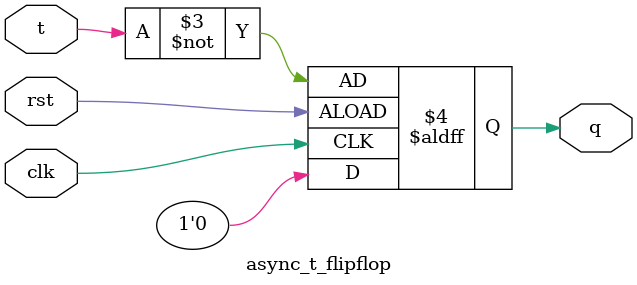
<source format=v>
`timescale 1ns / 1ps
module async_t_flipflop(
      input clk,
      input t,
      input rst,
      output reg q
    );
  always@(posedge clk or posedge rst) begin
  if (!rst)
    q<=0;
    else
    q<=~t;
  end
  
endmodule
</source>
